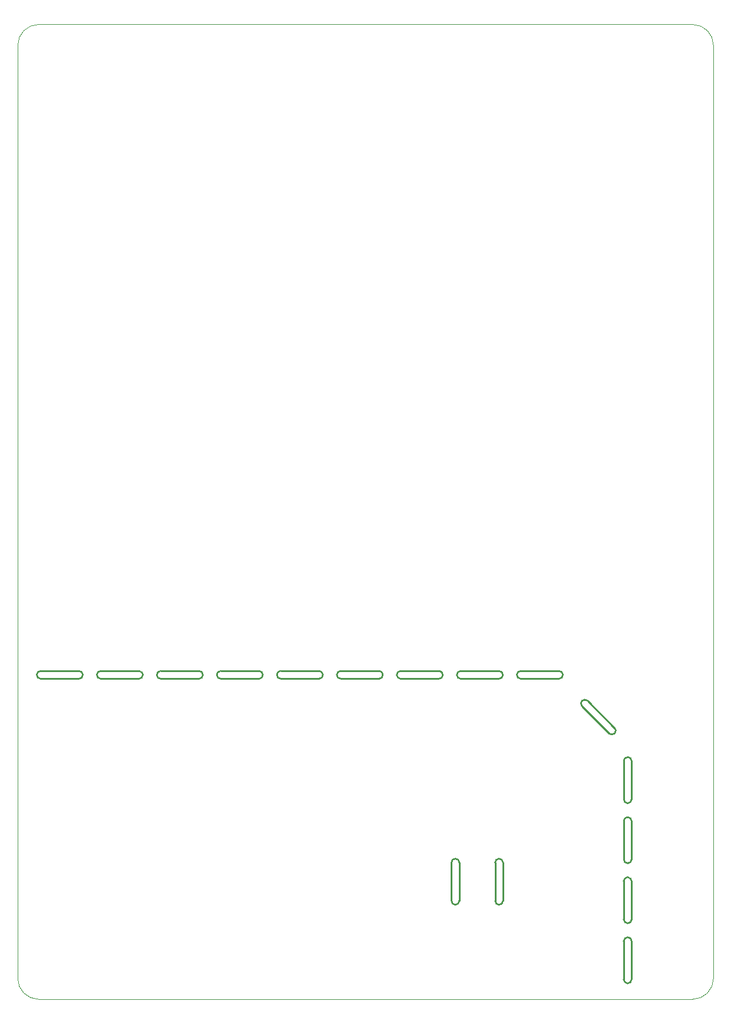
<source format=gbp>
G04*
G04 #@! TF.GenerationSoftware,Altium Limited,Altium Designer,24.7.2 (38)*
G04*
G04 Layer_Color=128*
%FSAX43Y43*%
%MOMM*%
G71*
G04*
G04 #@! TF.SameCoordinates,3F101F8B-C0B2-4B88-A1E1-6A066521CB33*
G04*
G04*
G04 #@! TF.FilePolarity,Positive*
G04*
G01*
G75*
%ADD10C,0.254*%
%ADD12C,0.100*%
D10*
X0471749Y0548762D02*
G03*
X0472311Y0549324I0000000J0000562D01*
G01*
X0471186Y0549324D02*
G03*
X0471749Y0548762I0000563J0000000D01*
G01*
X0472311Y0554824D02*
G03*
X0471749Y0555387I-0000562J0000000D01*
G01*
X0471749D02*
G03*
X0471186Y0554824I0000000J-0000562D01*
G01*
X0465466Y0548770D02*
G03*
X0466028Y0549333I0000000J0000562D01*
G01*
X0464903Y0549333D02*
G03*
X0465466Y0548770I0000563J0000000D01*
G01*
X0466028Y0554833D02*
G03*
X0465466Y0555395I-0000562J0000000D01*
G01*
X0465466D02*
G03*
X0464903Y0554833I0000000J-0000562D01*
G01*
X0490234Y0537478D02*
G03*
X0490797Y0538041I0000000J0000562D01*
G01*
X0489672Y0538041D02*
G03*
X0490234Y0537478I0000563J0000000D01*
G01*
X0490797Y0543541D02*
G03*
X0490234Y0544103I-0000562J0000000D01*
G01*
X0490234D02*
G03*
X0489672Y0543541I0000000J-0000562D01*
G01*
X0490234Y0546103D02*
G03*
X0490797Y0546666I0000000J0000562D01*
G01*
X0489672Y0546666D02*
G03*
X0490234Y0546103I0000563J0000000D01*
G01*
X0490797Y0552166D02*
G03*
X0490234Y0552728I-0000562J0000000D01*
G01*
X0490234D02*
G03*
X0489672Y0552166I0000000J-0000562D01*
G01*
X0490234Y0554728D02*
G03*
X0490797Y0555291I0000000J0000562D01*
G01*
X0489672Y0555291D02*
G03*
X0490234Y0554728I0000563J0000000D01*
G01*
X0490797Y0560791D02*
G03*
X0490234Y0561353I-0000562J0000000D01*
G01*
X0490234D02*
G03*
X0489672Y0560791I0000000J-0000562D01*
G01*
X0490234Y0563353D02*
G03*
X0490797Y0563916I0000000J0000562D01*
G01*
X0489672Y0563916D02*
G03*
X0490234Y0563353I0000563J0000000D01*
G01*
X0490797Y0569416D02*
G03*
X0490234Y0569978I-0000562J0000000D01*
G01*
X0490234D02*
G03*
X0489672Y0569416I0000000J-0000562D01*
G01*
X0488360Y0573380D02*
G03*
X0488360Y0574176I-0000398J0000398D01*
G01*
X0487565Y0573380D02*
G03*
X0488360Y0573380I0000398J0000398D01*
G01*
X0484471Y0578065D02*
G03*
X0483676Y0578065I-0000398J-0000398D01*
G01*
X0483676Y0578065D02*
G03*
X0483676Y0577269I0000398J-0000398D01*
G01*
X0480924Y0581787D02*
G03*
X0480361Y0582349I-0000562J0000000D01*
G01*
X0480361Y0581224D02*
G03*
X0480924Y0581787I0000000J0000563D01*
G01*
X0474861Y0582349D02*
G03*
X0474299Y0581787I0000000J-0000562D01*
G01*
Y0581787D02*
G03*
X0474861Y0581224I0000562J0000000D01*
G01*
X0472299Y0581787D02*
G03*
X0471736Y0582349I-0000562J0000000D01*
G01*
X0471736Y0581224D02*
G03*
X0472299Y0581787I0000000J0000563D01*
G01*
X0466236Y0582349D02*
G03*
X0465674Y0581787I0000000J-0000562D01*
G01*
Y0581787D02*
G03*
X0466236Y0581224I0000562J0000000D01*
G01*
X0463674Y0581787D02*
G03*
X0463111Y0582349I-0000562J0000000D01*
G01*
X0463111Y0581224D02*
G03*
X0463674Y0581787I0000000J0000563D01*
G01*
X0457611Y0582349D02*
G03*
X0457049Y0581787I0000000J-0000562D01*
G01*
Y0581787D02*
G03*
X0457611Y0581224I0000562J0000000D01*
G01*
X0455049Y0581787D02*
G03*
X0454486Y0582349I-0000562J0000000D01*
G01*
X0454486Y0581224D02*
G03*
X0455049Y0581787I0000000J0000563D01*
G01*
X0448986Y0582349D02*
G03*
X0448424Y0581787I0000000J-0000562D01*
G01*
Y0581787D02*
G03*
X0448986Y0581224I0000562J0000000D01*
G01*
X0446424Y0581787D02*
G03*
X0445861Y0582349I-0000562J0000000D01*
G01*
X0445861Y0581224D02*
G03*
X0446424Y0581787I0000000J0000563D01*
G01*
X0440361Y0582349D02*
G03*
X0439799Y0581787I0000000J-0000562D01*
G01*
Y0581787D02*
G03*
X0440361Y0581224I0000562J0000000D01*
G01*
X0437799Y0581787D02*
G03*
X0437236Y0582349I-0000562J0000000D01*
G01*
X0437236Y0581224D02*
G03*
X0437799Y0581787I0000000J0000563D01*
G01*
X0431736Y0582349D02*
G03*
X0431174Y0581787I0000000J-0000562D01*
G01*
Y0581787D02*
G03*
X0431736Y0581224I0000562J0000000D01*
G01*
X0429174Y0581787D02*
G03*
X0428611Y0582349I-0000562J0000000D01*
G01*
X0428611Y0581224D02*
G03*
X0429174Y0581787I0000000J0000563D01*
G01*
X0423111Y0582349D02*
G03*
X0422549Y0581787I0000000J-0000562D01*
G01*
Y0581787D02*
G03*
X0423111Y0581224I0000562J0000000D01*
G01*
X0420549Y0581787D02*
G03*
X0419986Y0582349I-0000562J0000000D01*
G01*
X0419986Y0581224D02*
G03*
X0420549Y0581787I0000000J0000563D01*
G01*
X0414486Y0582349D02*
G03*
X0413924Y0581787I0000000J-0000562D01*
G01*
Y0581787D02*
G03*
X0414486Y0581224I0000562J0000000D01*
G01*
X0411924Y0581787D02*
G03*
X0411361Y0582349I-0000562J0000000D01*
G01*
X0411361Y0581224D02*
G03*
X0411924Y0581787I0000000J0000563D01*
G01*
X0405861Y0582349D02*
G03*
X0405299Y0581787I0000000J-0000562D01*
G01*
Y0581787D02*
G03*
X0405861Y0581224I0000562J0000000D01*
G01*
X0471186Y0549324D02*
Y0554824D01*
X0472311Y0549324D02*
Y0554824D01*
X0464903Y0549333D02*
Y0554833D01*
X0466028Y0549333D02*
Y0554833D01*
X0489672Y0538041D02*
Y0543541D01*
X0490797Y0538041D02*
Y0543541D01*
X0489672Y0546666D02*
Y0552166D01*
X0490797Y0546666D02*
Y0552166D01*
X0489672Y0555291D02*
Y0560791D01*
X0490797Y0555291D02*
Y0560791D01*
X0489672Y0563916D02*
Y0569416D01*
X0490797Y0563916D02*
Y0569416D01*
X0483676Y0577269D02*
X0487565Y0573380D01*
X0484471Y0578065D02*
X0488360Y0574176D01*
X0474861Y0581224D02*
X0480361D01*
X0474861Y0582349D02*
X0480361D01*
X0466236Y0581224D02*
X0471736D01*
X0466236Y0582349D02*
X0471736D01*
X0457611Y0581224D02*
X0463111D01*
X0457611Y0582349D02*
X0463111D01*
X0448986Y0581224D02*
X0454486D01*
X0448986Y0582349D02*
X0454486D01*
X0440361Y0581224D02*
X0445861D01*
X0440361Y0582349D02*
X0445861D01*
X0431736Y0581224D02*
X0437236D01*
X0431736Y0582349D02*
X0437236D01*
X0423111Y0581224D02*
X0428611D01*
X0423111Y0582349D02*
X0428611D01*
X0414486Y0581224D02*
X0419986D01*
X0414486Y0582349D02*
X0419986D01*
X0405862Y0581224D02*
X0411361D01*
X0405861Y0582349D02*
X0411361D01*
D12*
X0499566Y0535195D02*
G03*
X0502566Y0538195I-0000000J0003000D01*
G01*
X0502566Y0672195D02*
G03*
X0499566Y0675195I-0003000J0000000D01*
G01*
X0405566Y0675195D02*
G03*
X0402566Y0672195I-0000000J-0003000D01*
G01*
X0402566Y0538195D02*
G03*
X0405566Y0535195I0003000J-0000000D01*
G01*
X0402566Y0538195D02*
X0402566Y0672195D01*
X0405566Y0535195D02*
X0499566Y0535195D01*
X0502566Y0538195D02*
X0502566Y0672195D01*
X0405566Y0675195D02*
X0499566Y0675195D01*
M02*

</source>
